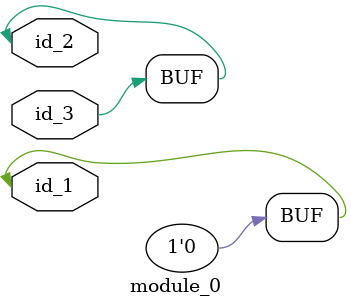
<source format=v>
module module_0 (
    id_1,
    id_2,
    id_3
);
  input id_3;
  inout id_2;
  inout id_1;
  assign id_1 = "";
  always @* id_2 <= id_3[1'b0];
endmodule

</source>
